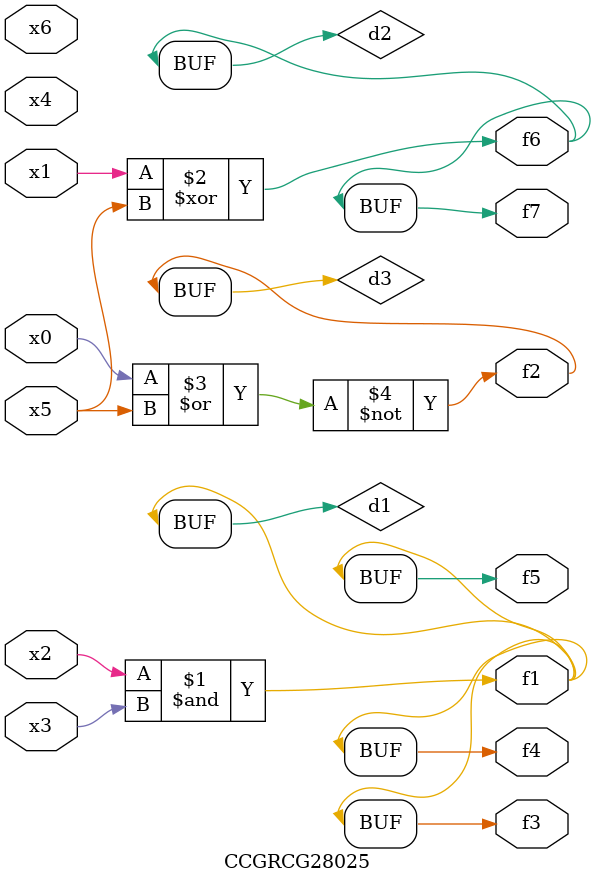
<source format=v>
module CCGRCG28025(
	input x0, x1, x2, x3, x4, x5, x6,
	output f1, f2, f3, f4, f5, f6, f7
);

	wire d1, d2, d3;

	and (d1, x2, x3);
	xor (d2, x1, x5);
	nor (d3, x0, x5);
	assign f1 = d1;
	assign f2 = d3;
	assign f3 = d1;
	assign f4 = d1;
	assign f5 = d1;
	assign f6 = d2;
	assign f7 = d2;
endmodule

</source>
